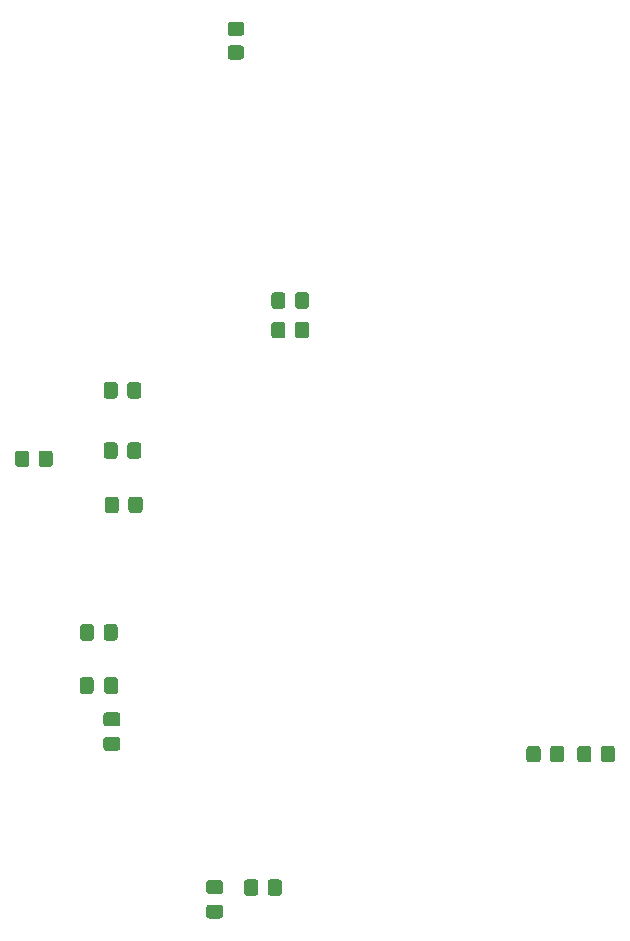
<source format=gbr>
%TF.GenerationSoftware,KiCad,Pcbnew,(5.1.8)-1*%
%TF.CreationDate,2022-11-15T12:17:50-08:00*%
%TF.ProjectId,RetroClock,52657472-6f43-46c6-9f63-6b2e6b696361,rev?*%
%TF.SameCoordinates,Original*%
%TF.FileFunction,Paste,Top*%
%TF.FilePolarity,Positive*%
%FSLAX46Y46*%
G04 Gerber Fmt 4.6, Leading zero omitted, Abs format (unit mm)*
G04 Created by KiCad (PCBNEW (5.1.8)-1) date 2022-11-15 12:17:50*
%MOMM*%
%LPD*%
G01*
G04 APERTURE LIST*
G04 APERTURE END LIST*
%TO.C,C2*%
G36*
G01*
X146175000Y-122050000D02*
X145225000Y-122050000D01*
G75*
G02*
X144975000Y-121800000I0J250000D01*
G01*
X144975000Y-121125000D01*
G75*
G02*
X145225000Y-120875000I250000J0D01*
G01*
X146175000Y-120875000D01*
G75*
G02*
X146425000Y-121125000I0J-250000D01*
G01*
X146425000Y-121800000D01*
G75*
G02*
X146175000Y-122050000I-250000J0D01*
G01*
G37*
G36*
G01*
X146175000Y-124125000D02*
X145225000Y-124125000D01*
G75*
G02*
X144975000Y-123875000I0J250000D01*
G01*
X144975000Y-123200000D01*
G75*
G02*
X145225000Y-122950000I250000J0D01*
G01*
X146175000Y-122950000D01*
G75*
G02*
X146425000Y-123200000I0J-250000D01*
G01*
X146425000Y-123875000D01*
G75*
G02*
X146175000Y-124125000I-250000J0D01*
G01*
G37*
%TD*%
%TO.C,C6*%
G36*
G01*
X154875000Y-136250000D02*
X153925000Y-136250000D01*
G75*
G02*
X153675000Y-136000000I0J250000D01*
G01*
X153675000Y-135325000D01*
G75*
G02*
X153925000Y-135075000I250000J0D01*
G01*
X154875000Y-135075000D01*
G75*
G02*
X155125000Y-135325000I0J-250000D01*
G01*
X155125000Y-136000000D01*
G75*
G02*
X154875000Y-136250000I-250000J0D01*
G01*
G37*
G36*
G01*
X154875000Y-138325000D02*
X153925000Y-138325000D01*
G75*
G02*
X153675000Y-138075000I0J250000D01*
G01*
X153675000Y-137400000D01*
G75*
G02*
X153925000Y-137150000I250000J0D01*
G01*
X154875000Y-137150000D01*
G75*
G02*
X155125000Y-137400000I0J-250000D01*
G01*
X155125000Y-138075000D01*
G75*
G02*
X154875000Y-138325000I-250000J0D01*
G01*
G37*
%TD*%
%TO.C,C1*%
G36*
G01*
X144150000Y-118125000D02*
X144150000Y-119075000D01*
G75*
G02*
X143900000Y-119325000I-250000J0D01*
G01*
X143225000Y-119325000D01*
G75*
G02*
X142975000Y-119075000I0J250000D01*
G01*
X142975000Y-118125000D01*
G75*
G02*
X143225000Y-117875000I250000J0D01*
G01*
X143900000Y-117875000D01*
G75*
G02*
X144150000Y-118125000I0J-250000D01*
G01*
G37*
G36*
G01*
X146225000Y-118125000D02*
X146225000Y-119075000D01*
G75*
G02*
X145975000Y-119325000I-250000J0D01*
G01*
X145300000Y-119325000D01*
G75*
G02*
X145050000Y-119075000I0J250000D01*
G01*
X145050000Y-118125000D01*
G75*
G02*
X145300000Y-117875000I250000J0D01*
G01*
X145975000Y-117875000D01*
G75*
G02*
X146225000Y-118125000I0J-250000D01*
G01*
G37*
%TD*%
%TO.C,R11*%
G36*
G01*
X187100000Y-124850001D02*
X187100000Y-123949999D01*
G75*
G02*
X187349999Y-123700000I249999J0D01*
G01*
X188050001Y-123700000D01*
G75*
G02*
X188300000Y-123949999I0J-249999D01*
G01*
X188300000Y-124850001D01*
G75*
G02*
X188050001Y-125100000I-249999J0D01*
G01*
X187349999Y-125100000D01*
G75*
G02*
X187100000Y-124850001I0J249999D01*
G01*
G37*
G36*
G01*
X185100000Y-124850001D02*
X185100000Y-123949999D01*
G75*
G02*
X185349999Y-123700000I249999J0D01*
G01*
X186050001Y-123700000D01*
G75*
G02*
X186300000Y-123949999I0J-249999D01*
G01*
X186300000Y-124850001D01*
G75*
G02*
X186050001Y-125100000I-249999J0D01*
G01*
X185349999Y-125100000D01*
G75*
G02*
X185100000Y-124850001I0J249999D01*
G01*
G37*
%TD*%
%TO.C,R10*%
G36*
G01*
X145000000Y-114550001D02*
X145000000Y-113649999D01*
G75*
G02*
X145249999Y-113400000I249999J0D01*
G01*
X145950001Y-113400000D01*
G75*
G02*
X146200000Y-113649999I0J-249999D01*
G01*
X146200000Y-114550001D01*
G75*
G02*
X145950001Y-114800000I-249999J0D01*
G01*
X145249999Y-114800000D01*
G75*
G02*
X145000000Y-114550001I0J249999D01*
G01*
G37*
G36*
G01*
X143000000Y-114550001D02*
X143000000Y-113649999D01*
G75*
G02*
X143249999Y-113400000I249999J0D01*
G01*
X143950001Y-113400000D01*
G75*
G02*
X144200000Y-113649999I0J-249999D01*
G01*
X144200000Y-114550001D01*
G75*
G02*
X143950001Y-114800000I-249999J0D01*
G01*
X143249999Y-114800000D01*
G75*
G02*
X143000000Y-114550001I0J249999D01*
G01*
G37*
%TD*%
%TO.C,R9*%
G36*
G01*
X147100000Y-103750001D02*
X147100000Y-102849999D01*
G75*
G02*
X147349999Y-102600000I249999J0D01*
G01*
X148050001Y-102600000D01*
G75*
G02*
X148300000Y-102849999I0J-249999D01*
G01*
X148300000Y-103750001D01*
G75*
G02*
X148050001Y-104000000I-249999J0D01*
G01*
X147349999Y-104000000D01*
G75*
G02*
X147100000Y-103750001I0J249999D01*
G01*
G37*
G36*
G01*
X145100000Y-103750001D02*
X145100000Y-102849999D01*
G75*
G02*
X145349999Y-102600000I249999J0D01*
G01*
X146050001Y-102600000D01*
G75*
G02*
X146300000Y-102849999I0J-249999D01*
G01*
X146300000Y-103750001D01*
G75*
G02*
X146050001Y-104000000I-249999J0D01*
G01*
X145349999Y-104000000D01*
G75*
G02*
X145100000Y-103750001I0J249999D01*
G01*
G37*
%TD*%
%TO.C,R8*%
G36*
G01*
X146200000Y-98249999D02*
X146200000Y-99150001D01*
G75*
G02*
X145950001Y-99400000I-249999J0D01*
G01*
X145249999Y-99400000D01*
G75*
G02*
X145000000Y-99150001I0J249999D01*
G01*
X145000000Y-98249999D01*
G75*
G02*
X145249999Y-98000000I249999J0D01*
G01*
X145950001Y-98000000D01*
G75*
G02*
X146200000Y-98249999I0J-249999D01*
G01*
G37*
G36*
G01*
X148200000Y-98249999D02*
X148200000Y-99150001D01*
G75*
G02*
X147950001Y-99400000I-249999J0D01*
G01*
X147249999Y-99400000D01*
G75*
G02*
X147000000Y-99150001I0J249999D01*
G01*
X147000000Y-98249999D01*
G75*
G02*
X147249999Y-98000000I249999J0D01*
G01*
X147950001Y-98000000D01*
G75*
G02*
X148200000Y-98249999I0J-249999D01*
G01*
G37*
%TD*%
%TO.C,R7*%
G36*
G01*
X160400000Y-88049999D02*
X160400000Y-88950001D01*
G75*
G02*
X160150001Y-89200000I-249999J0D01*
G01*
X159449999Y-89200000D01*
G75*
G02*
X159200000Y-88950001I0J249999D01*
G01*
X159200000Y-88049999D01*
G75*
G02*
X159449999Y-87800000I249999J0D01*
G01*
X160150001Y-87800000D01*
G75*
G02*
X160400000Y-88049999I0J-249999D01*
G01*
G37*
G36*
G01*
X162400000Y-88049999D02*
X162400000Y-88950001D01*
G75*
G02*
X162150001Y-89200000I-249999J0D01*
G01*
X161449999Y-89200000D01*
G75*
G02*
X161200000Y-88950001I0J249999D01*
G01*
X161200000Y-88049999D01*
G75*
G02*
X161449999Y-87800000I249999J0D01*
G01*
X162150001Y-87800000D01*
G75*
G02*
X162400000Y-88049999I0J-249999D01*
G01*
G37*
%TD*%
%TO.C,R6*%
G36*
G01*
X182000000Y-123949999D02*
X182000000Y-124850001D01*
G75*
G02*
X181750001Y-125100000I-249999J0D01*
G01*
X181049999Y-125100000D01*
G75*
G02*
X180800000Y-124850001I0J249999D01*
G01*
X180800000Y-123949999D01*
G75*
G02*
X181049999Y-123700000I249999J0D01*
G01*
X181750001Y-123700000D01*
G75*
G02*
X182000000Y-123949999I0J-249999D01*
G01*
G37*
G36*
G01*
X184000000Y-123949999D02*
X184000000Y-124850001D01*
G75*
G02*
X183750001Y-125100000I-249999J0D01*
G01*
X183049999Y-125100000D01*
G75*
G02*
X182800000Y-124850001I0J249999D01*
G01*
X182800000Y-123949999D01*
G75*
G02*
X183049999Y-123700000I249999J0D01*
G01*
X183750001Y-123700000D01*
G75*
G02*
X184000000Y-123949999I0J-249999D01*
G01*
G37*
%TD*%
%TO.C,R5*%
G36*
G01*
X158900000Y-136150001D02*
X158900000Y-135249999D01*
G75*
G02*
X159149999Y-135000000I249999J0D01*
G01*
X159850001Y-135000000D01*
G75*
G02*
X160100000Y-135249999I0J-249999D01*
G01*
X160100000Y-136150001D01*
G75*
G02*
X159850001Y-136400000I-249999J0D01*
G01*
X159149999Y-136400000D01*
G75*
G02*
X158900000Y-136150001I0J249999D01*
G01*
G37*
G36*
G01*
X156900000Y-136150001D02*
X156900000Y-135249999D01*
G75*
G02*
X157149999Y-135000000I249999J0D01*
G01*
X157850001Y-135000000D01*
G75*
G02*
X158100000Y-135249999I0J-249999D01*
G01*
X158100000Y-136150001D01*
G75*
G02*
X157850001Y-136400000I-249999J0D01*
G01*
X157149999Y-136400000D01*
G75*
G02*
X156900000Y-136150001I0J249999D01*
G01*
G37*
%TD*%
%TO.C,R4*%
G36*
G01*
X138700000Y-98949999D02*
X138700000Y-99850001D01*
G75*
G02*
X138450001Y-100100000I-249999J0D01*
G01*
X137749999Y-100100000D01*
G75*
G02*
X137500000Y-99850001I0J249999D01*
G01*
X137500000Y-98949999D01*
G75*
G02*
X137749999Y-98700000I249999J0D01*
G01*
X138450001Y-98700000D01*
G75*
G02*
X138700000Y-98949999I0J-249999D01*
G01*
G37*
G36*
G01*
X140700000Y-98949999D02*
X140700000Y-99850001D01*
G75*
G02*
X140450001Y-100100000I-249999J0D01*
G01*
X139749999Y-100100000D01*
G75*
G02*
X139500000Y-99850001I0J249999D01*
G01*
X139500000Y-98949999D01*
G75*
G02*
X139749999Y-98700000I249999J0D01*
G01*
X140450001Y-98700000D01*
G75*
G02*
X140700000Y-98949999I0J-249999D01*
G01*
G37*
%TD*%
%TO.C,R3*%
G36*
G01*
X147000000Y-94050001D02*
X147000000Y-93149999D01*
G75*
G02*
X147249999Y-92900000I249999J0D01*
G01*
X147950001Y-92900000D01*
G75*
G02*
X148200000Y-93149999I0J-249999D01*
G01*
X148200000Y-94050001D01*
G75*
G02*
X147950001Y-94300000I-249999J0D01*
G01*
X147249999Y-94300000D01*
G75*
G02*
X147000000Y-94050001I0J249999D01*
G01*
G37*
G36*
G01*
X145000000Y-94050001D02*
X145000000Y-93149999D01*
G75*
G02*
X145249999Y-92900000I249999J0D01*
G01*
X145950001Y-92900000D01*
G75*
G02*
X146200000Y-93149999I0J-249999D01*
G01*
X146200000Y-94050001D01*
G75*
G02*
X145950001Y-94300000I-249999J0D01*
G01*
X145249999Y-94300000D01*
G75*
G02*
X145000000Y-94050001I0J249999D01*
G01*
G37*
%TD*%
%TO.C,R2*%
G36*
G01*
X156650001Y-63600000D02*
X155749999Y-63600000D01*
G75*
G02*
X155500000Y-63350001I0J249999D01*
G01*
X155500000Y-62649999D01*
G75*
G02*
X155749999Y-62400000I249999J0D01*
G01*
X156650001Y-62400000D01*
G75*
G02*
X156900000Y-62649999I0J-249999D01*
G01*
X156900000Y-63350001D01*
G75*
G02*
X156650001Y-63600000I-249999J0D01*
G01*
G37*
G36*
G01*
X156650001Y-65600000D02*
X155749999Y-65600000D01*
G75*
G02*
X155500000Y-65350001I0J249999D01*
G01*
X155500000Y-64649999D01*
G75*
G02*
X155749999Y-64400000I249999J0D01*
G01*
X156650001Y-64400000D01*
G75*
G02*
X156900000Y-64649999I0J-249999D01*
G01*
X156900000Y-65350001D01*
G75*
G02*
X156650001Y-65600000I-249999J0D01*
G01*
G37*
%TD*%
%TO.C,R1*%
G36*
G01*
X160400000Y-85549999D02*
X160400000Y-86450001D01*
G75*
G02*
X160150001Y-86700000I-249999J0D01*
G01*
X159449999Y-86700000D01*
G75*
G02*
X159200000Y-86450001I0J249999D01*
G01*
X159200000Y-85549999D01*
G75*
G02*
X159449999Y-85300000I249999J0D01*
G01*
X160150001Y-85300000D01*
G75*
G02*
X160400000Y-85549999I0J-249999D01*
G01*
G37*
G36*
G01*
X162400000Y-85549999D02*
X162400000Y-86450001D01*
G75*
G02*
X162150001Y-86700000I-249999J0D01*
G01*
X161449999Y-86700000D01*
G75*
G02*
X161200000Y-86450001I0J249999D01*
G01*
X161200000Y-85549999D01*
G75*
G02*
X161449999Y-85300000I249999J0D01*
G01*
X162150001Y-85300000D01*
G75*
G02*
X162400000Y-85549999I0J-249999D01*
G01*
G37*
%TD*%
M02*

</source>
